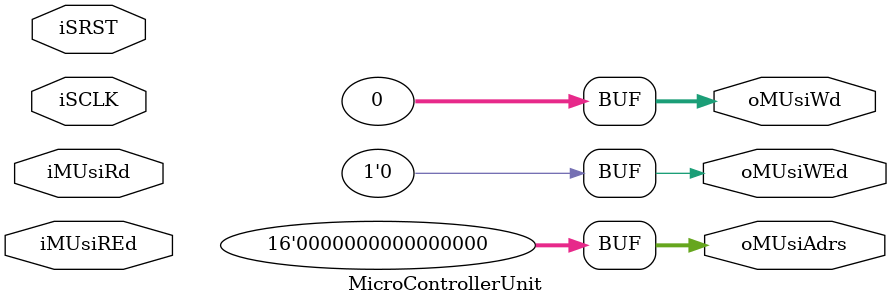
<source format=v>
module MicroControllerUnit #(
	parameter							pBlockConnectNum	= 1,
	parameter							pUsiBusWidth			= 16,
	parameter							pUfiBusWidth		= 8,
	parameter							pMemAdrsWidth		= 19
)(
	// External Port
	// input 					iUartRx,
	// output 					oUartTx,
    // Internal Port
	// Bus Master Read
	input	[31:0]						iMUsiRd,	// Slave の CSR Read値
	input	[pBlockConnectNum-1:0]		iMUsiREd,	// Slave CSR Read値入力時 Assert
	// Bus Master Write
	output	[31:0]						oMUsiWd,	// 書き込みデータ
	output	[pUsiBusWidth-1:0]			oMUsiAdrs,
	output								oMUsiWEd,	// コマンド有効時 Assert
	//
	// output 	[pUfiBusWidth-1:0]			oMUfiWd,
	// output 	[pUsiBusWidth-1:0]			oMUfiAdrs,
	// output 								oMUfiEd,
	// output 								oMUfiVd,
    // CLK Reset
    input           					iSRST,
    input           					iSCLK
);

assign oMUsiWd   = 0;
assign oMUsiAdrs = 0;
assign oMUsiWEd  = 0;

endmodule
</source>
